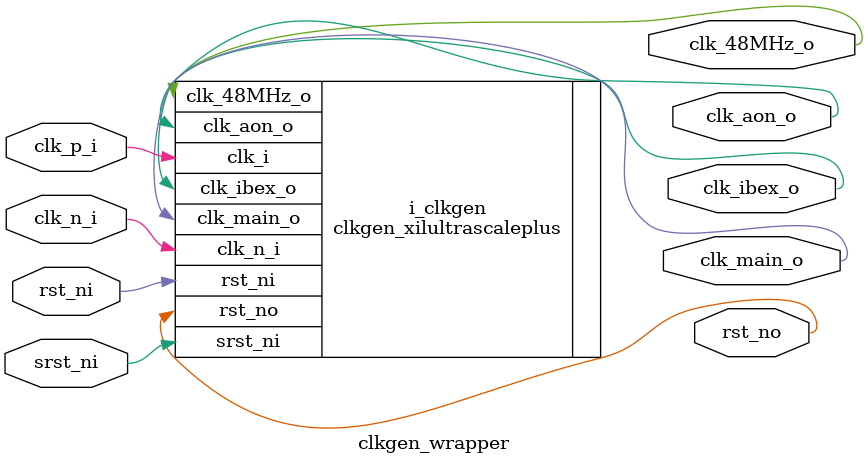
<source format=sv>

module clkgen_wrapper
    #(parameter int ClockFrequencyMhz = 80)
    (input clk_p_i,
     input clk_n_i,
     input rst_ni,
     input srst_ni,
     output clk_main_o,
     output clk_48MHz_o,
     output clk_aon_o,
     output clk_ibex_o,
     output rst_no);

  clkgen_xilultrascaleplus #(.ClockFrequencyMhz(ClockFrequencyMhz))
      i_clkgen(.clk_i(clk_p_i),
               .clk_n_i(clk_n_i),
               .rst_ni(rst_ni),
               .srst_ni(srst_ni),
               .clk_main_o(clk_main_o),
               .clk_48MHz_o(clk_48MHz_o),
               .clk_aon_o(clk_aon_o),
               .clk_ibex_o(clk_ibex_o),
               .rst_no(rst_no));
endmodule
</source>
